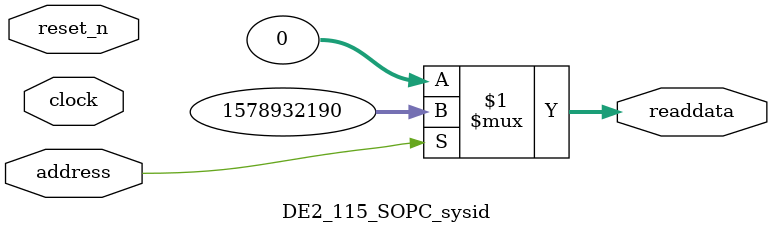
<source format=v>

`timescale 1ns / 1ps
// synthesis translate_on

// turn off superfluous verilog processor warnings 
// altera message_level Level1 
// altera message_off 10034 10035 10036 10037 10230 10240 10030 

module DE2_115_SOPC_sysid (
               // inputs:
                address,
                clock,
                reset_n,

               // outputs:
                readdata
             )
;

  output  [ 31: 0] readdata;
  input            address;
  input            clock;
  input            reset_n;

  wire    [ 31: 0] readdata;
  //control_slave, which is an e_avalon_slave
  assign readdata = address ? 1578932190 : 0;

endmodule




</source>
